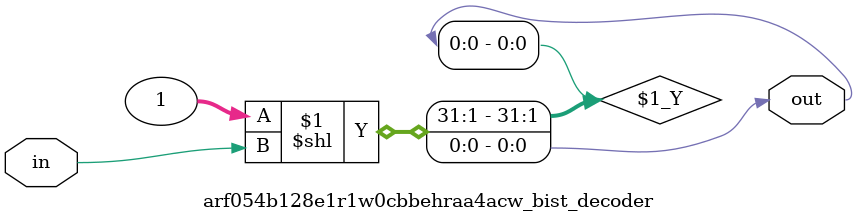
<source format=sv>

`ifndef ARF054B128E1R1W0CBBEHRAA4ACW_BIST_DECODER_SV
`define ARF054B128E1R1W0CBBEHRAA4ACW_BIST_DECODER_SV

module arf054b128e1r1w0cbbehraa4acw_bist_decoder # (
  parameter IN_WIDTH  = 1,
  parameter OUT_WIDTH = 1
)
(
  input  logic [IN_WIDTH-1:0]  in,
  output logic [OUT_WIDTH-1:0] out
);
  
  assign out = 'b1 << in;

endmodule // arf054b128e1r1w0cbbehraa4acw_bist_decoder

`endif // ARF054B128E1R1W0CBBEHRAA4ACW_BIST_DECODER_SV
</source>
